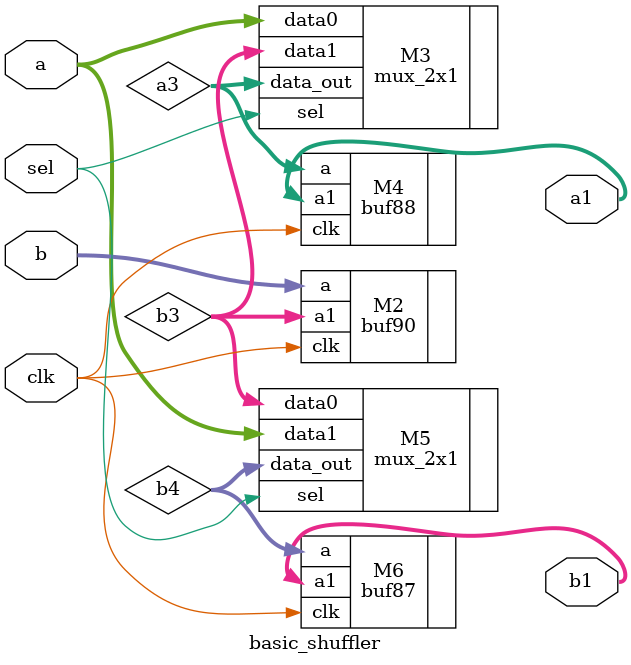
<source format=v>
`timescale 1ns / 1ps
module basic_shuffler(
    input [31:0] a,
    input [31:0] b,
	 input sel,clk,
    output [31:0] a1,
    output [31:0] b1
    );
wire [31:0] a2,a3,b2,b3,b4;
buf90 M2 (.a(b),.clk(clk),.a1(b3));
mux_2x1 M3 (.data0(a),.data1(b3),.sel(sel),.data_out(a3));
buf88 M4 (.a(a3),.clk(clk),.a1(a1));
mux_2x1 M5 (.data0(b3),.data1(a),.sel(sel),.data_out(b4));
buf87 M6 (.a(b4),.clk(clk),.a1(b1));
endmodule

</source>
